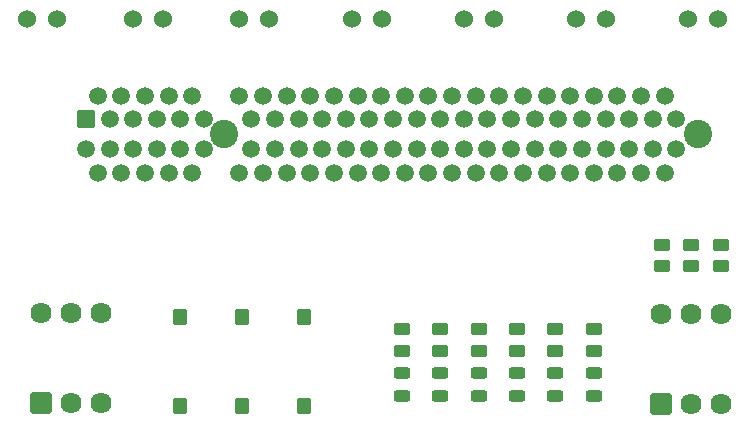
<source format=gbr>
%TF.GenerationSoftware,KiCad,Pcbnew,8.0.1*%
%TF.CreationDate,2024-04-16T20:26:48-05:00*%
%TF.ProjectId,PCB_Test_Jig,5043425f-5465-4737-945f-4a69672e6b69,rev?*%
%TF.SameCoordinates,Original*%
%TF.FileFunction,Soldermask,Top*%
%TF.FilePolarity,Negative*%
%FSLAX46Y46*%
G04 Gerber Fmt 4.6, Leading zero omitted, Abs format (unit mm)*
G04 Created by KiCad (PCBNEW 8.0.1) date 2024-04-16 20:26:48*
%MOMM*%
%LPD*%
G01*
G04 APERTURE LIST*
G04 Aperture macros list*
%AMRoundRect*
0 Rectangle with rounded corners*
0 $1 Rounding radius*
0 $2 $3 $4 $5 $6 $7 $8 $9 X,Y pos of 4 corners*
0 Add a 4 corners polygon primitive as box body*
4,1,4,$2,$3,$4,$5,$6,$7,$8,$9,$2,$3,0*
0 Add four circle primitives for the rounded corners*
1,1,$1+$1,$2,$3*
1,1,$1+$1,$4,$5*
1,1,$1+$1,$6,$7*
1,1,$1+$1,$8,$9*
0 Add four rect primitives between the rounded corners*
20,1,$1+$1,$2,$3,$4,$5,0*
20,1,$1+$1,$4,$5,$6,$7,0*
20,1,$1+$1,$6,$7,$8,$9,0*
20,1,$1+$1,$8,$9,$2,$3,0*%
G04 Aperture macros list end*
%ADD10RoundRect,0.250000X-0.450000X0.262500X-0.450000X-0.262500X0.450000X-0.262500X0.450000X0.262500X0*%
%ADD11RoundRect,0.243750X0.456250X-0.243750X0.456250X0.243750X-0.456250X0.243750X-0.456250X-0.243750X0*%
%ADD12C,1.524000*%
%ADD13RoundRect,0.102000X0.500000X-0.550000X0.500000X0.550000X-0.500000X0.550000X-0.500000X-0.550000X0*%
%ADD14RoundRect,0.102000X-0.790000X-0.790000X0.790000X-0.790000X0.790000X0.790000X-0.790000X0.790000X0*%
%ADD15C,1.784000*%
%ADD16C,2.400000*%
%ADD17RoundRect,0.102000X-0.644000X-0.644000X0.644000X-0.644000X0.644000X0.644000X-0.644000X0.644000X0*%
%ADD18C,1.492000*%
G04 APERTURE END LIST*
D10*
X73250000Y-59750000D03*
X73250000Y-61575000D03*
D11*
X73250000Y-65375000D03*
X73250000Y-63500000D03*
D12*
X100000000Y-33500000D03*
X97460000Y-33500000D03*
X81040000Y-33500000D03*
X78500000Y-33500000D03*
X44040000Y-33500000D03*
X41500000Y-33500000D03*
D10*
X83000000Y-59750000D03*
X83000000Y-61575000D03*
D13*
X65000000Y-66250000D03*
X65000000Y-58750000D03*
D10*
X86250000Y-59750000D03*
X86250000Y-61575000D03*
D13*
X59750000Y-66250000D03*
X59750000Y-58750000D03*
D10*
X76500000Y-59750000D03*
X76500000Y-61575000D03*
D11*
X86250000Y-65375000D03*
X86250000Y-63500000D03*
D12*
X71540000Y-33500000D03*
X69000000Y-33500000D03*
X62040000Y-33500000D03*
X59500000Y-33500000D03*
D11*
X83000000Y-65375000D03*
X83000000Y-63500000D03*
D14*
X42710000Y-66000000D03*
D15*
X42710000Y-58380000D03*
X45250000Y-66000000D03*
X45250000Y-58380000D03*
X47790000Y-66000000D03*
X47790000Y-58380000D03*
D10*
X100250000Y-52587500D03*
X100250000Y-54412500D03*
D16*
X58150000Y-43250000D03*
X98300000Y-43250000D03*
D17*
X46500000Y-42000000D03*
D18*
X47500000Y-40000000D03*
X48500000Y-42000000D03*
X49500000Y-40000000D03*
X50500000Y-42000000D03*
X51500000Y-40000000D03*
X52500000Y-42000000D03*
X53500000Y-40000000D03*
X54500000Y-42000000D03*
X55500000Y-40000000D03*
X56500000Y-42000000D03*
X59500000Y-40000000D03*
X60500000Y-42000000D03*
X61500000Y-40000000D03*
X62500000Y-42000000D03*
X63500000Y-40000000D03*
X64500000Y-42000000D03*
X65500000Y-40000000D03*
X66500000Y-42000000D03*
X67500000Y-40000000D03*
X68500000Y-42000000D03*
X69500000Y-40000000D03*
X70500000Y-42000000D03*
X71500000Y-40000000D03*
X72500000Y-42000000D03*
X73500000Y-40000000D03*
X74500000Y-42000000D03*
X75500000Y-40000000D03*
X76500000Y-42000000D03*
X77500000Y-40000000D03*
X78500000Y-42000000D03*
X79500000Y-40000000D03*
X80500000Y-42000000D03*
X81500000Y-40000000D03*
X82500000Y-42000000D03*
X83500000Y-40000000D03*
X84500000Y-42000000D03*
X85500000Y-40000000D03*
X86500000Y-42000000D03*
X87500000Y-40000000D03*
X88500000Y-42000000D03*
X89500000Y-40000000D03*
X90500000Y-42000000D03*
X91500000Y-40000000D03*
X92500000Y-42000000D03*
X93500000Y-40000000D03*
X94500000Y-42000000D03*
X95500000Y-40000000D03*
X96500000Y-42000000D03*
X46500000Y-44500000D03*
X47500000Y-46500000D03*
X48500000Y-44500000D03*
X49500000Y-46500000D03*
X50500000Y-44500000D03*
X51500000Y-46500000D03*
X52500000Y-44500000D03*
X53500000Y-46500000D03*
X54500000Y-44500000D03*
X55500000Y-46500000D03*
X56500000Y-44500000D03*
X59500000Y-46500000D03*
X60500000Y-44500000D03*
X61500000Y-46500000D03*
X62500000Y-44500000D03*
X63500000Y-46500000D03*
X64500000Y-44500000D03*
X65500000Y-46500000D03*
X66500000Y-44500000D03*
X67500000Y-46500000D03*
X68500000Y-44500000D03*
X69500000Y-46500000D03*
X70500000Y-44500000D03*
X71500000Y-46500000D03*
X72500000Y-44500000D03*
X73500000Y-46500000D03*
X74500000Y-44500000D03*
X75500000Y-46500000D03*
X76500000Y-44500000D03*
X77500000Y-46500000D03*
X78500000Y-44500000D03*
X79500000Y-46500000D03*
X80500000Y-44500000D03*
X81500000Y-46500000D03*
X82500000Y-44500000D03*
X83500000Y-46500000D03*
X84500000Y-44500000D03*
X85500000Y-46500000D03*
X86500000Y-44500000D03*
X87500000Y-46500000D03*
X88500000Y-44500000D03*
X89500000Y-46500000D03*
X90500000Y-44500000D03*
X91500000Y-46500000D03*
X92500000Y-44500000D03*
X93500000Y-46500000D03*
X94500000Y-44500000D03*
X95500000Y-46500000D03*
X96500000Y-44500000D03*
D10*
X79750000Y-59750000D03*
X79750000Y-61575000D03*
D11*
X76500000Y-65375000D03*
X76500000Y-63500000D03*
D14*
X95210000Y-66120000D03*
D15*
X95210000Y-58500000D03*
X97750000Y-66120000D03*
X97750000Y-58500000D03*
X100290000Y-66120000D03*
X100290000Y-58500000D03*
D13*
X54500000Y-66250000D03*
X54500000Y-58750000D03*
D11*
X89500000Y-65375000D03*
X89500000Y-63500000D03*
D12*
X90540000Y-33500000D03*
X88000000Y-33500000D03*
D11*
X79750000Y-65375000D03*
X79750000Y-63500000D03*
D10*
X95250000Y-52587500D03*
X95250000Y-54412500D03*
D12*
X53040000Y-33500000D03*
X50500000Y-33500000D03*
D10*
X97750000Y-52587500D03*
X97750000Y-54412500D03*
X89500000Y-59750000D03*
X89500000Y-61575000D03*
M02*

</source>
